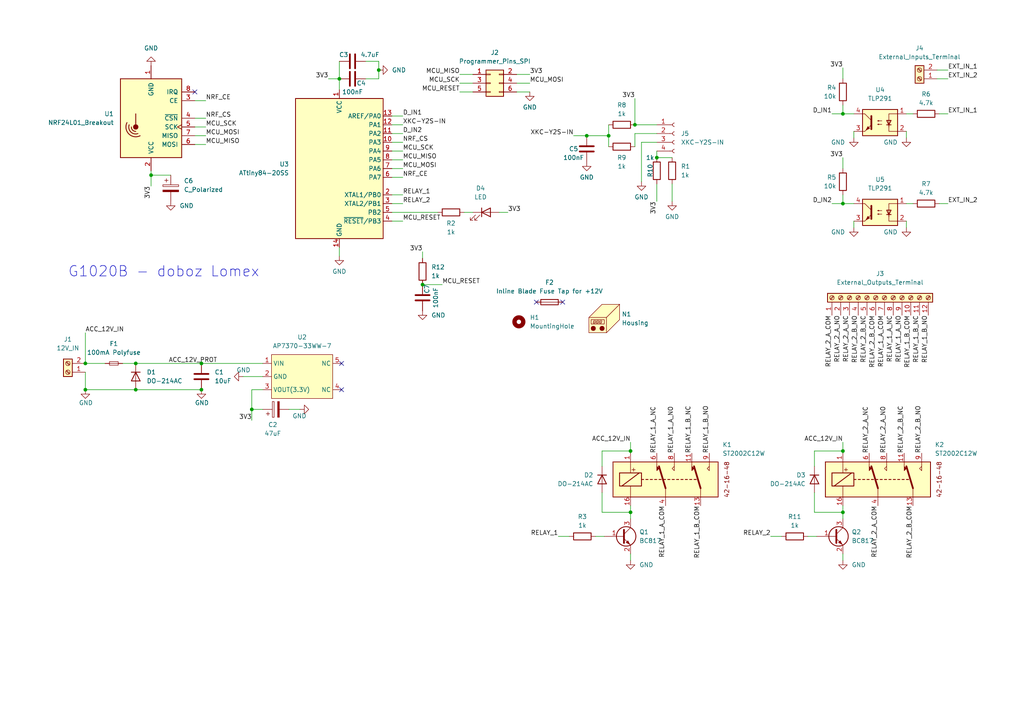
<source format=kicad_sch>
(kicad_sch (version 20211123) (generator eeschema)
  (paper "A4")
  (lib_symbols
    (symbol "Connector:Conn_01x04_Female" (pin_names (offset 1.016) hide)
      (property "Reference" "J" (at 0 5.08 0))
      (property "Value" "Conn_01x04_Female" (at 0 -7.62 0))
      (symbol "Conn_01x04_Female_1_1"
        (arc (start 0 -4.572) (mid -0.508 -5.08) (end 0 -5.588) (stroke (width 0.1524)))
        (arc (start 0 -2.032) (mid -0.508 -2.54) (end 0 -3.048) (stroke (width 0.1524)))
        (polyline (pts (xy -1.27 -5.08) (xy -0.508 -5.08)) (stroke (width 0.1524)))
        (polyline (pts (xy -1.27 -2.54) (xy -0.508 -2.54)) (stroke (width 0.1524)))
        (polyline (pts (xy -1.27 0) (xy -0.508 0)) (stroke (width 0.1524)))
        (polyline (pts (xy -1.27 2.54) (xy -0.508 2.54)) (stroke (width 0.1524)))
        (arc (start 0 0.508) (mid -0.508 0) (end 0 -0.508) (stroke (width 0.1524)))
        (arc (start 0 3.048) (mid -0.508 2.54) (end 0 2.032) (stroke (width 0.1524)))
        (pin passive line (at -5.08 2.54 0) (length 3.81) (name "Pin_1") (number "1"))
        (pin passive line (at -5.08 0 0) (length 3.81) (name "Pin_2") (number "2"))
        (pin passive line (at -5.08 -2.54 0) (length 3.81) (name "Pin_3") (number "3"))
        (pin passive line (at -5.08 -5.08 0) (length 3.81) (name "Pin_4") (number "4"))
      )
    )
    (symbol "Connector:Screw_Terminal_01x02" (pin_names (offset 1.016) hide)
      (property "Reference" "J" (at 0 2.54 0))
      (property "Value" "Screw_Terminal_01x02" (at 0 -5.08 0))
      (symbol "Screw_Terminal_01x02_1_1"
        (rectangle (start -1.27 1.27) (end 1.27 -3.81) (stroke (width 0.254)) (fill (type background)))
        (circle (center 0 -2.54) (radius 0.635) (stroke (width 0.1524)))
        (polyline (pts (xy -0.5334 -2.2098) (xy 0.3302 -3.048)) (stroke (width 0.1524)))
        (polyline (pts (xy -0.5334 0.3302) (xy 0.3302 -0.508)) (stroke (width 0.1524)))
        (polyline (pts (xy -0.3556 -2.032) (xy 0.508 -2.8702)) (stroke (width 0.1524)))
        (polyline (pts (xy -0.3556 0.508) (xy 0.508 -0.3302)) (stroke (width 0.1524)))
        (circle (center 0 0) (radius 0.635) (stroke (width 0.1524)))
        (pin passive line (at -5.08 0 0) (length 3.81) (name "Pin_1") (number "1"))
        (pin passive line (at -5.08 -2.54 0) (length 3.81) (name "Pin_2") (number "2"))
      )
    )
    (symbol "Connector:Screw_Terminal_01x12" (pin_names (offset 1.016) hide)
      (property "Reference" "J" (at 0 15.24 0))
      (property "Value" "Screw_Terminal_01x12" (at 0 -17.78 0))
      (symbol "Screw_Terminal_01x12_1_1"
        (rectangle (start -1.27 13.97) (end 1.27 -16.51) (stroke (width 0.254)) (fill (type background)))
        (circle (center 0 -15.24) (radius 0.635) (stroke (width 0.1524)))
        (circle (center 0 -12.7) (radius 0.635) (stroke (width 0.1524)))
        (circle (center 0 -10.16) (radius 0.635) (stroke (width 0.1524)))
        (circle (center 0 -7.62) (radius 0.635) (stroke (width 0.1524)))
        (circle (center 0 -5.08) (radius 0.635) (stroke (width 0.1524)))
        (circle (center 0 -2.54) (radius 0.635) (stroke (width 0.1524)))
        (polyline (pts (xy -0.5334 -14.9098) (xy 0.3302 -15.748)) (stroke (width 0.1524)))
        (polyline (pts (xy -0.5334 -12.3698) (xy 0.3302 -13.208)) (stroke (width 0.1524)))
        (polyline (pts (xy -0.5334 -9.8298) (xy 0.3302 -10.668)) (stroke (width 0.1524)))
        (polyline (pts (xy -0.5334 -7.2898) (xy 0.3302 -8.128)) (stroke (width 0.1524)))
        (polyline (pts (xy -0.5334 -4.7498) (xy 0.3302 -5.588)) (stroke (width 0.1524)))
        (polyline (pts (xy -0.5334 -2.2098) (xy 0.3302 -3.048)) (stroke (width 0.1524)))
        (polyline (pts (xy -0.5334 0.3302) (xy 0.3302 -0.508)) (stroke (width 0.1524)))
        (polyline (pts (xy -0.5334 2.8702) (xy 0.3302 2.032)) (stroke (width 0.1524)))
        (polyline (pts (xy -0.5334 5.4102) (xy 0.3302 4.572)) (stroke (width 0.1524)))
        (polyline (pts (xy -0.5334 7.9502) (xy 0.3302 7.112)) (stroke (width 0.1524)))
        (polyline (pts (xy -0.5334 10.4902) (xy 0.3302 9.652)) (stroke (width 0.1524)))
        (polyline (pts (xy -0.5334 13.0302) (xy 0.3302 12.192)) (stroke (width 0.1524)))
        (polyline (pts (xy -0.3556 -14.732) (xy 0.508 -15.5702)) (stroke (width 0.1524)))
        (polyline (pts (xy -0.3556 -12.192) (xy 0.508 -13.0302)) (stroke (width 0.1524)))
        (polyline (pts (xy -0.3556 -9.652) (xy 0.508 -10.4902)) (stroke (width 0.1524)))
        (polyline (pts (xy -0.3556 -7.112) (xy 0.508 -7.9502)) (stroke (width 0.1524)))
        (polyline (pts (xy -0.3556 -4.572) (xy 0.508 -5.4102)) (stroke (width 0.1524)))
        (polyline (pts (xy -0.3556 -2.032) (xy 0.508 -2.8702)) (stroke (width 0.1524)))
        (polyline (pts (xy -0.3556 0.508) (xy 0.508 -0.3302)) (stroke (width 0.1524)))
        (polyline (pts (xy -0.3556 3.048) (xy 0.508 2.2098)) (stroke (width 0.1524)))
        (polyline (pts (xy -0.3556 5.588) (xy 0.508 4.7498)) (stroke (width 0.1524)))
        (polyline (pts (xy -0.3556 8.128) (xy 0.508 7.2898)) (stroke (width 0.1524)))
        (polyline (pts (xy -0.3556 10.668) (xy 0.508 9.8298)) (stroke (width 0.1524)))
        (polyline (pts (xy -0.3556 13.208) (xy 0.508 12.3698)) (stroke (width 0.1524)))
        (circle (center 0 0) (radius 0.635) (stroke (width 0.1524)))
        (circle (center 0 2.54) (radius 0.635) (stroke (width 0.1524)))
        (circle (center 0 5.08) (radius 0.635) (stroke (width 0.1524)))
        (circle (center 0 7.62) (radius 0.635) (stroke (width 0.1524)))
        (circle (center 0 10.16) (radius 0.635) (stroke (width 0.1524)))
        (circle (center 0 12.7) (radius 0.635) (stroke (width 0.1524)))
        (pin passive line (at -5.08 12.7 0) (length 3.81) (name "Pin_1") (number "1"))
        (pin passive line (at -5.08 -10.16 0) (length 3.81) (name "Pin_10") (number "10"))
        (pin passive line (at -5.08 -12.7 0) (length 3.81) (name "Pin_11") (number "11"))
        (pin passive line (at -5.08 -15.24 0) (length 3.81) (name "Pin_12") (number "12"))
        (pin passive line (at -5.08 10.16 0) (length 3.81) (name "Pin_2") (number "2"))
        (pin passive line (at -5.08 7.62 0) (length 3.81) (name "Pin_3") (number "3"))
        (pin passive line (at -5.08 5.08 0) (length 3.81) (name "Pin_4") (number "4"))
        (pin passive line (at -5.08 2.54 0) (length 3.81) (name "Pin_5") (number "5"))
        (pin passive line (at -5.08 0 0) (length 3.81) (name "Pin_6") (number "6"))
        (pin passive line (at -5.08 -2.54 0) (length 3.81) (name "Pin_7") (number "7"))
        (pin passive line (at -5.08 -5.08 0) (length 3.81) (name "Pin_8") (number "8"))
        (pin passive line (at -5.08 -7.62 0) (length 3.81) (name "Pin_9") (number "9"))
      )
    )
    (symbol "Connector_Generic:Conn_02x03_Odd_Even" (pin_names (offset 1.016) hide)
      (property "Reference" "J" (at 1.27 5.08 0))
      (property "Value" "Conn_02x03_Odd_Even" (at 1.27 -5.08 0))
      (symbol "Conn_02x03_Odd_Even_1_1"
        (rectangle (start -1.27 -2.413) (end 0 -2.667) (stroke (width 0.1524)))
        (rectangle (start -1.27 0.127) (end 0 -0.127) (stroke (width 0.1524)))
        (rectangle (start -1.27 2.667) (end 0 2.413) (stroke (width 0.1524)))
        (rectangle (start -1.27 3.81) (end 3.81 -3.81) (stroke (width 0.254)) (fill (type background)))
        (rectangle (start 3.81 -2.413) (end 2.54 -2.667) (stroke (width 0.1524)))
        (rectangle (start 3.81 0.127) (end 2.54 -0.127) (stroke (width 0.1524)))
        (rectangle (start 3.81 2.667) (end 2.54 2.413) (stroke (width 0.1524)))
        (pin passive line (at -5.08 2.54 0) (length 3.81) (name "Pin_1") (number "1"))
        (pin passive line (at 7.62 2.54 180) (length 3.81) (name "Pin_2") (number "2"))
        (pin passive line (at -5.08 0 0) (length 3.81) (name "Pin_3") (number "3"))
        (pin passive line (at 7.62 0 180) (length 3.81) (name "Pin_4") (number "4"))
        (pin passive line (at -5.08 -2.54 0) (length 3.81) (name "Pin_5") (number "5"))
        (pin passive line (at 7.62 -2.54 180) (length 3.81) (name "Pin_6") (number "6"))
      )
    )
    (symbol "Device:C" (pin_numbers hide) (pin_names (offset 0.254))
      (property "Reference" "C" (at 0.635 2.54 0))
      (property "Value" "C" (at 0.635 -2.54 0))
      (symbol "C_0_1"
        (polyline (pts (xy -2.032 -0.762) (xy 2.032 -0.762)) (stroke (width 0.508)))
        (polyline (pts (xy -2.032 0.762) (xy 2.032 0.762)) (stroke (width 0.508)))
      )
      (symbol "C_1_1"
        (pin passive line (at 0 3.81 270) (length 2.794) (name "~") (number "1"))
        (pin passive line (at 0 -3.81 90) (length 2.794) (name "~") (number "2"))
      )
    )
    (symbol "Device:C_Polarized" (pin_numbers hide) (pin_names (offset 0.254))
      (property "Reference" "C" (at 0.635 2.54 0))
      (property "Value" "C_Polarized" (at 0.635 -2.54 0))
      (symbol "C_Polarized_0_1"
        (rectangle (start -2.286 0.508) (end 2.286 1.016))
        (polyline (pts (xy -1.778 2.286) (xy -0.762 2.286)))
        (polyline (pts (xy -1.27 2.794) (xy -1.27 1.778)))
        (rectangle (start 2.286 -0.508) (end -2.286 -1.016) (fill (type outline)))
      )
      (symbol "C_Polarized_1_1"
        (pin passive line (at 0 3.81 270) (length 2.794) (name "~") (number "1"))
        (pin passive line (at 0 -3.81 90) (length 2.794) (name "~") (number "2"))
      )
    )
    (symbol "Device:D" (pin_numbers hide) (pin_names (offset 1.016) hide)
      (property "Reference" "D" (at 0 2.54 0))
      (property "Value" "D" (at 0 -2.54 0))
      (symbol "D_0_1"
        (polyline (pts (xy -1.27 1.27) (xy -1.27 -1.27)) (stroke (width 0.254)))
        (polyline (pts (xy 1.27 0) (xy -1.27 0)))
        (polyline (pts (xy 1.27 1.27) (xy 1.27 -1.27) (xy -1.27 0) (xy 1.27 1.27)) (stroke (width 0.254)))
      )
      (symbol "D_1_1"
        (pin passive line (at -3.81 0 0) (length 2.54) (name "K") (number "1"))
        (pin passive line (at 3.81 0 180) (length 2.54) (name "A") (number "2"))
      )
    )
    (symbol "Device:Fuse" (pin_numbers hide) (pin_names (offset 0))
      (property "Reference" "F" (at 2.032 0 90))
      (property "Value" "Fuse" (at -1.905 0 90))
      (symbol "Fuse_0_1"
        (rectangle (start -0.762 -2.54) (end 0.762 2.54) (stroke (width 0.254)))
        (polyline (pts (xy 0 2.54) (xy 0 -2.54)))
      )
      (symbol "Fuse_1_1"
        (pin passive line (at 0 3.81 270) (length 1.27) (name "~") (number "1"))
        (pin passive line (at 0 -3.81 90) (length 1.27) (name "~") (number "2"))
      )
    )
    (symbol "Device:Fuse_Small" (pin_numbers hide) (pin_names (offset 0.254) hide)
      (property "Reference" "F" (at 0 -1.524 0))
      (property "Value" "Fuse_Small" (at 0 1.524 0))
      (symbol "Fuse_Small_0_1"
        (rectangle (start -1.27 0.508) (end 1.27 -0.508))
        (polyline (pts (xy -1.27 0) (xy 1.27 0)))
      )
      (symbol "Fuse_Small_1_1"
        (pin passive line (at -2.54 0 0) (length 1.27) (name "~") (number "1"))
        (pin passive line (at 2.54 0 180) (length 1.27) (name "~") (number "2"))
      )
    )
    (symbol "Device:LED" (pin_numbers hide) (pin_names (offset 1.016) hide)
      (property "Reference" "D" (at 0 2.54 0))
      (property "Value" "LED" (at 0 -2.54 0))
      (symbol "LED_0_1"
        (polyline (pts (xy -1.27 -1.27) (xy -1.27 1.27)) (stroke (width 0.254)))
        (polyline (pts (xy -1.27 0) (xy 1.27 0)))
        (polyline (pts (xy 1.27 -1.27) (xy 1.27 1.27) (xy -1.27 0) (xy 1.27 -1.27)) (stroke (width 0.254)))
        (polyline (pts (xy -3.048 -0.762) (xy -4.572 -2.286) (xy -3.81 -2.286) (xy -4.572 -2.286) (xy -4.572 -1.524)))
        (polyline (pts (xy -1.778 -0.762) (xy -3.302 -2.286) (xy -2.54 -2.286) (xy -3.302 -2.286) (xy -3.302 -1.524)))
      )
      (symbol "LED_1_1"
        (pin passive line (at -3.81 0 0) (length 2.54) (name "K") (number "1"))
        (pin passive line (at 3.81 0 180) (length 2.54) (name "A") (number "2"))
      )
    )
    (symbol "Device:R" (pin_numbers hide) (pin_names (offset 0))
      (property "Reference" "R" (at 2.032 0 90))
      (property "Value" "R" (at 0 0 90))
      (symbol "R_0_1"
        (rectangle (start -1.016 -2.54) (end 1.016 2.54) (stroke (width 0.254)))
      )
      (symbol "R_1_1"
        (pin passive line (at 0 3.81 270) (length 1.27) (name "~") (number "1"))
        (pin passive line (at 0 -3.81 90) (length 1.27) (name "~") (number "2"))
      )
    )
    (symbol "Isolator:TLP291"
      (property "Reference" "U" (at -5.08 5.08 0))
      (property "Value" "TLP291" (at 0 5.08 0))
      (symbol "TLP291_0_1"
        (rectangle (start -5.08 3.81) (end 5.08 -3.81) (stroke (width 0.254)) (fill (type background)))
        (polyline (pts (xy -3.175 -0.635) (xy -1.905 -0.635)) (stroke (width 0.254)))
        (polyline (pts (xy 2.54 0.635) (xy 4.445 2.54)))
        (polyline (pts (xy 4.445 -2.54) (xy 2.54 -0.635)) (fill (type outline)))
        (polyline (pts (xy 4.445 -2.54) (xy 5.08 -2.54)))
        (polyline (pts (xy 4.445 2.54) (xy 5.08 2.54)))
        (polyline (pts (xy -2.54 -0.635) (xy -2.54 -2.54) (xy -5.08 -2.54)))
        (polyline (pts (xy 2.54 1.905) (xy 2.54 -1.905) (xy 2.54 -1.905)) (stroke (width 0.508)))
        (polyline (pts (xy -5.08 2.54) (xy -2.54 2.54) (xy -2.54 -1.27) (xy -2.54 0.635)))
        (polyline (pts (xy -2.54 -0.635) (xy -3.175 0.635) (xy -1.905 0.635) (xy -2.54 -0.635)) (stroke (width 0.254)))
        (polyline (pts (xy -0.508 -0.508) (xy 0.762 -0.508) (xy 0.381 -0.635) (xy 0.381 -0.381) (xy 0.762 -0.508)))
        (polyline (pts (xy -0.508 0.508) (xy 0.762 0.508) (xy 0.381 0.381) (xy 0.381 0.635) (xy 0.762 0.508)))
        (polyline (pts (xy 3.048 -1.651) (xy 3.556 -1.143) (xy 4.064 -2.159) (xy 3.048 -1.651) (xy 3.048 -1.651)) (fill (type outline)))
      )
      (symbol "TLP291_1_1"
        (pin passive line (at -7.62 2.54 0) (length 2.54) (name "~") (number "1"))
        (pin passive line (at -7.62 -2.54 0) (length 2.54) (name "~") (number "2"))
        (pin passive line (at 7.62 -2.54 180) (length 2.54) (name "~") (number "3"))
        (pin passive line (at 7.62 2.54 180) (length 2.54) (name "~") (number "4"))
      )
    )
    (symbol "MCU_Microchip_ATtiny:ATtiny84-20SS"
      (property "Reference" "U" (at -12.7 21.59 0))
      (property "Value" "ATtiny84-20SS" (at 2.54 -21.59 0))
      (symbol "ATtiny84-20SS_0_1"
        (rectangle (start -12.7 -20.32) (end 12.7 20.32) (stroke (width 0.254)) (fill (type background)))
      )
      (symbol "ATtiny84-20SS_1_1"
        (pin power_in line (at 0 22.86 270) (length 2.54) (name "VCC") (number "1"))
        (pin bidirectional line (at 15.24 7.62 180) (length 2.54) (name "PA3") (number "10"))
        (pin bidirectional line (at 15.24 10.16 180) (length 2.54) (name "PA2") (number "11"))
        (pin bidirectional line (at 15.24 12.7 180) (length 2.54) (name "PA1") (number "12"))
        (pin bidirectional line (at 15.24 15.24 180) (length 2.54) (name "AREF/PA0") (number "13"))
        (pin power_in line (at 0 -22.86 90) (length 2.54) (name "GND") (number "14"))
        (pin bidirectional line (at 15.24 -7.62 180) (length 2.54) (name "XTAL1/PB0") (number "2"))
        (pin bidirectional line (at 15.24 -10.16 180) (length 2.54) (name "XTAL2/PB1") (number "3"))
        (pin bidirectional line (at 15.24 -15.24 180) (length 2.54) (name "~{RESET}/PB3") (number "4"))
        (pin bidirectional line (at 15.24 -12.7 180) (length 2.54) (name "PB2") (number "5"))
        (pin bidirectional line (at 15.24 -2.54 180) (length 2.54) (name "PA7") (number "6"))
        (pin bidirectional line (at 15.24 0 180) (length 2.54) (name "PA6") (number "7"))
        (pin bidirectional line (at 15.24 2.54 180) (length 2.54) (name "PA5") (number "8"))
        (pin bidirectional line (at 15.24 5.08 180) (length 2.54) (name "PA4") (number "9"))
      )
    )
    (symbol "Mechanical:Housing" (pin_names (offset 1.016))
      (property "Reference" "N" (at 3.81 0 0))
      (property "Value" "Housing" (at 3.81 -1.905 0))
      (symbol "Housing_0_1"
        (rectangle (start -5.08 -0.635) (end -1.27 -1.905))
        (circle (center -4.445 -3.175) (radius 0.635) (fill (type outline)))
        (circle (center -1.905 -3.175) (radius 0.635) (fill (type outline)))
        (polyline (pts (xy -4.5212 -1.5748) (xy -4.4704 -1.3716)))
        (polyline (pts (xy -4.4196 -1.6764) (xy -4.064 -1.6764)))
        (polyline (pts (xy -4.4196 -1.2192) (xy -4.3688 -0.9652)))
        (polyline (pts (xy -4.318 -1.3208) (xy -4.0132 -1.3208)))
        (polyline (pts (xy -4.2164 -0.9144) (xy -3.9116 -0.9144)))
        (polyline (pts (xy -3.9116 -1.6256) (xy -3.8608 -1.3716)))
        (polyline (pts (xy -3.81 -1.2192) (xy -3.7592 -0.9652)))
        (polyline (pts (xy -3.6068 -1.5748) (xy -3.556 -1.3716)))
        (polyline (pts (xy -3.5052 -1.6764) (xy -3.1496 -1.6764)))
        (polyline (pts (xy -3.5052 -1.2192) (xy -3.4544 -0.9652)))
        (polyline (pts (xy -3.4036 -1.3208) (xy -3.0988 -1.3208)))
        (polyline (pts (xy -3.302 -0.9144) (xy -2.9972 -0.9144)))
        (polyline (pts (xy -2.9972 -1.6256) (xy -2.9464 -1.3716)))
        (polyline (pts (xy -2.8956 -1.2192) (xy -2.8448 -0.9652)))
        (polyline (pts (xy -2.6924 -1.5748) (xy -2.6416 -1.3716)))
        (polyline (pts (xy -2.5908 -1.6764) (xy -2.2352 -1.6764)))
        (polyline (pts (xy -2.5908 -1.2192) (xy -2.54 -0.9652)))
        (polyline (pts (xy -2.4892 -1.3208) (xy -2.1844 -1.3208)))
        (polyline (pts (xy -2.3876 -0.9144) (xy -2.0828 -0.9144)))
        (polyline (pts (xy -2.0828 -1.6256) (xy -2.032 -1.3716)))
        (polyline (pts (xy -1.9812 -1.2192) (xy -1.9304 -0.9652)))
        (polyline (pts (xy -0.635 0) (xy -0.635 -4.445)))
        (polyline (pts (xy -5.715 0) (xy -0.635 0) (xy 3.175 3.81)))
        (polyline (pts (xy -5.715 0) (xy -5.715 -4.445) (xy -0.635 -4.445) (xy 3.175 -0.635) (xy 3.175 3.81) (xy -1.905 3.81) (xy -5.715 0)) (fill (type background)))
      )
    )
    (symbol "Mechanical:MountingHole" (pin_names (offset 1.016))
      (property "Reference" "H" (at 0 5.08 0))
      (property "Value" "MountingHole" (at 0 3.175 0))
      (symbol "MountingHole_0_1"
        (circle (center 0 0) (radius 1.27) (stroke (width 1.27)))
      )
    )
    (symbol "RF:NRF24L01_Breakout" (pin_names (offset 1.016))
      (property "Reference" "U" (at -8.89 12.7 0))
      (property "Value" "NRF24L01_Breakout" (at 3.81 12.7 0))
      (symbol "NRF24L01_Breakout_0_1"
        (rectangle (start -8.89 11.43) (end 8.89 -11.43) (stroke (width 0.254)) (fill (type background)))
        (polyline (pts (xy 4.445 1.905) (xy 4.445 -1.27)) (stroke (width 0.254)))
        (circle (center 4.445 2.54) (radius 0.635) (stroke (width 0.254)) (fill (type outline)))
        (arc (start 5.715 2.54) (mid 5.3559 3.4509) (end 4.445 3.81) (stroke (width 0.254)))
        (arc (start 6.35 1.905) (mid 5.8833 3.9783) (end 3.81 4.445) (stroke (width 0.254)))
        (arc (start 6.985 1.27) (mid 6.453 4.548) (end 3.175 5.08) (stroke (width 0.254)))
      )
      (symbol "NRF24L01_Breakout_1_1"
        (pin power_in line (at 0 -15.24 90) (length 3.81) (name "GND") (number "1"))
        (pin power_in line (at 0 15.24 270) (length 3.81) (name "VCC") (number "2"))
        (pin input line (at -12.7 -5.08 0) (length 3.81) (name "CE") (number "3"))
        (pin input line (at -12.7 0 0) (length 3.81) (name "~{CSN}") (number "4"))
        (pin input clock (at -12.7 2.54 0) (length 3.81) (name "SCK") (number "5"))
        (pin input line (at -12.7 7.62 0) (length 3.81) (name "MOSI") (number "6"))
        (pin output line (at -12.7 5.08 0) (length 3.81) (name "MISO") (number "7"))
        (pin output line (at -12.7 -7.62 0) (length 3.81) (name "IRQ") (number "8"))
      )
    )
    (symbol "Transistor_BJT:BC848" (pin_names (offset 0) hide)
      (property "Reference" "Q" (at 5.08 1.905 0))
      (property "Value" "BC848" (at 5.08 0 0))
      (symbol "BC848_0_1"
        (polyline (pts (xy 0.635 0.635) (xy 2.54 2.54)))
        (polyline (pts (xy 0.635 -0.635) (xy 2.54 -2.54) (xy 2.54 -2.54)))
        (polyline (pts (xy 0.635 1.905) (xy 0.635 -1.905) (xy 0.635 -1.905)) (stroke (width 0.508)))
        (polyline (pts (xy 1.27 -1.778) (xy 1.778 -1.27) (xy 2.286 -2.286) (xy 1.27 -1.778) (xy 1.27 -1.778)) (fill (type outline)))
        (circle (center 1.27 0) (radius 2.8194) (stroke (width 0.254)))
      )
      (symbol "BC848_1_1"
        (pin input line (at -5.08 0 0) (length 5.715) (name "B") (number "1"))
        (pin passive line (at 2.54 -5.08 90) (length 2.54) (name "E") (number "2"))
        (pin passive line (at 2.54 5.08 270) (length 2.54) (name "C") (number "3"))
      )
    )
    (symbol "mylib6:AP7370-33WW-7"
      (property "Reference" "U?" (at 0 11.43 0))
      (property "Value" "AP7370-33WW-7" (at 0 8.89 0))
      (symbol "AP7370-33WW-7_0_1"
        (rectangle (start -8.89 6.35) (end 8.89 -6.35) (fill (type background)))
      )
      (symbol "AP7370-33WW-7_1_1"
        (pin input line (at -11.43 3.81 0) (length 2.54) (name "VIN") (number "1"))
        (pin input line (at -11.43 0 0) (length 2.54) (name "GND") (number "2"))
        (pin output line (at -11.43 -3.81 0) (length 2.54) (name "VOUT(3.3V)") (number "3"))
        (pin input line (at 11.43 -3.81 180) (length 2.54) (name "NC") (number "4"))
        (pin input line (at 11.43 3.81 180) (length 2.54) (name "NC") (number "5"))
      )
    )
    (symbol "mylib6:ST2002C12W"
      (property "Reference" "K?" (at 16.51 10.0919 0))
      (property "Value" "ST2002C12W" (at 16.51 7.5519 0))
      (symbol "ST2002C12W_0_0"
        (text "42-16-48" (at 17.78 0 900) (effects (font (size 1.27 1.27))))
      )
      (symbol "ST2002C12W_1_1"
        (rectangle (start -15.24 5.08) (end 15.24 -5.08) (stroke (width 0.254)) (fill (type background)))
        (rectangle (start -13.335 1.905) (end -6.985 -1.905) (stroke (width 0.254)))
        (polyline (pts (xy -12.7 -1.905) (xy -7.62 1.905)) (stroke (width 0.254)))
        (polyline (pts (xy -10.16 -5.08) (xy -10.16 -1.905)))
        (polyline (pts (xy -10.16 5.08) (xy -10.16 1.905)))
        (polyline (pts (xy -6.985 0) (xy -6.35 0)) (stroke (width 0.254)))
        (polyline (pts (xy -5.715 0) (xy -5.08 0)) (stroke (width 0.254)))
        (polyline (pts (xy -4.445 0) (xy -3.81 0)) (stroke (width 0.254)))
        (polyline (pts (xy -3.175 0) (xy -2.54 0)) (stroke (width 0.254)))
        (polyline (pts (xy -1.905 0) (xy -1.27 0)) (stroke (width 0.254)))
        (polyline (pts (xy -0.635 0) (xy 0 0)) (stroke (width 0.254)))
        (polyline (pts (xy 0 -2.54) (xy -1.905 3.81)) (stroke (width 0.508)))
        (polyline (pts (xy 0 -2.54) (xy 0 -5.08)))
        (polyline (pts (xy 0.635 0) (xy 1.27 0)) (stroke (width 0.254)))
        (polyline (pts (xy 1.905 0) (xy 2.54 0)) (stroke (width 0.254)))
        (polyline (pts (xy 3.175 0) (xy 3.81 0)) (stroke (width 0.254)))
        (polyline (pts (xy 4.445 0) (xy 5.08 0)) (stroke (width 0.254)))
        (polyline (pts (xy 5.715 0) (xy 6.35 0)) (stroke (width 0.254)))
        (polyline (pts (xy 6.985 0) (xy 7.62 0)) (stroke (width 0.254)))
        (polyline (pts (xy 8.255 0) (xy 8.89 0)) (stroke (width 0.254)))
        (polyline (pts (xy 10.16 -2.54) (xy 8.255 3.81)) (stroke (width 0.508)))
        (polyline (pts (xy 10.16 -2.54) (xy 10.16 -5.08)))
        (polyline (pts (xy -2.54 5.08) (xy -2.54 2.54) (xy -1.905 3.175) (xy -2.54 3.81)) (fill (type outline)))
        (polyline (pts (xy 2.54 5.08) (xy 2.54 2.54) (xy 1.905 3.175) (xy 2.54 3.81)))
        (polyline (pts (xy 7.62 5.08) (xy 7.62 2.54) (xy 8.255 3.175) (xy 7.62 3.81)) (fill (type outline)))
        (polyline (pts (xy 12.7 5.08) (xy 12.7 2.54) (xy 12.065 3.175) (xy 12.7 3.81)))
        (text "+" (at -9.271 2.921 0) (effects (font (size 1.27 1.27))))
        (pin passive line (at -10.16 7.62 270) (length 2.54) (name "~") (number "1"))
        (pin passive line (at 7.62 7.62 270) (length 2.54) (name "~") (number "11"))
        (pin passive line (at 10.16 -7.62 90) (length 2.54) (name "~") (number "13"))
        (pin passive line (at -10.16 -7.62 90) (length 2.54) (name "~") (number "16"))
        (pin passive line (at 0 -7.62 90) (length 2.54) (name "~") (number "4"))
        (pin passive line (at -2.54 7.62 270) (length 2.54) (name "~") (number "6"))
        (pin passive line (at 2.54 7.62 270) (length 2.54) (name "~") (number "8"))
        (pin passive line (at 12.7 7.62 270) (length 2.54) (name "~") (number "9"))
      )
    )
    (symbol "power:GND" (power) (pin_names (offset 0))
      (property "Value" "GND" (at 0 -3.81 0))
      (symbol "GND_0_1"
        (polyline (pts (xy 0 0) (xy 0 -1.27) (xy 1.27 -1.27) (xy 0 -2.54) (xy -1.27 -1.27) (xy 0 -1.27)))
      )
      (symbol "GND_1_1"
        (pin power_in line (at 0 0 270) (length 0) hide (name "GND") (number "1"))
      )
    )
  )
  (junction (at 190.5 45.72))
  (junction (at 244.475 148.59))
  (junction (at 109.855 20.32))
  (junction (at 24.765 105.41))
  (junction (at 39.37 113.03))
  (junction (at 58.42 113.03))
  (junction (at 43.815 50.8))
  (junction (at 244.475 33.02))
  (junction (at 182.88 148.59))
  (junction (at 24.765 113.03))
  (junction (at 184.15 36.195))
  (junction (at 182.88 130.81))
  (junction (at 58.42 105.41))
  (junction (at 244.475 59.055))
  (junction (at 170.18 39.37))
  (junction (at 176.53 39.37))
  (junction (at 122.555 82.55))
  (junction (at 73.025 118.745))
  (junction (at 244.475 130.81))
  (junction (at 39.37 105.41))
  (junction (at 98.425 22.86))
  (no_connect (at 56.515 26.67))
  (no_connect (at 155.575 87.63))
  (no_connect (at 163.195 87.63))
  (no_connect (at 99.06 113.03))
  (no_connect (at 99.06 105.41))
  (wire (pts (xy 161.925 155.575) (xy 165.1 155.575)))
  (wire (pts (xy 274.955 59.055) (xy 272.415 59.055)))
  (wire (pts (xy 56.515 29.21) (xy 59.69 29.21)))
  (wire (pts (xy 106.045 22.86) (xy 109.855 22.86)))
  (wire (pts (xy 113.665 41.275) (xy 116.84 41.275)))
  (wire (pts (xy 262.89 38.1) (xy 262.89 40.005)))
  (wire (pts (xy 83.82 118.745) (xy 86.995 118.745)))
  (wire (pts (xy 190.5 41.275) (xy 186.055 41.275)))
  (wire (pts (xy 24.765 113.03) (xy 39.37 113.03)))
  (wire (pts (xy 24.765 96.52) (xy 24.765 105.41)))
  (wire (pts (xy 109.855 22.86) (xy 109.855 20.32)))
  (wire (pts (xy 170.18 39.37) (xy 176.53 39.37)))
  (wire (pts (xy 244.475 59.055) (xy 241.3 59.055)))
  (wire (pts (xy 109.855 17.78) (xy 106.045 17.78)))
  (wire (pts (xy 190.5 53.34) (xy 190.5 58.42)))
  (wire (pts (xy 172.72 155.575) (xy 175.26 155.575)))
  (wire (pts (xy 95.25 22.86) (xy 98.425 22.86)))
  (wire (pts (xy 244.475 33.02) (xy 247.65 33.02)))
  (wire (pts (xy 271.78 22.86) (xy 274.955 22.86)))
  (wire (pts (xy 244.475 30.48) (xy 244.475 33.02)))
  (wire (pts (xy 182.88 146.685) (xy 182.88 148.59)))
  (wire (pts (xy 149.86 26.67) (xy 153.67 26.67)))
  (wire (pts (xy 262.89 64.135) (xy 262.89 66.04)))
  (wire (pts (xy 144.78 61.595) (xy 147.32 61.595)))
  (wire (pts (xy 73.025 118.745) (xy 73.025 121.92)))
  (wire (pts (xy 56.515 39.37) (xy 59.69 39.37)))
  (wire (pts (xy 244.475 128.27) (xy 244.475 130.81)))
  (wire (pts (xy 113.665 38.735) (xy 116.84 38.735)))
  (wire (pts (xy 43.815 50.8) (xy 43.815 53.975)))
  (wire (pts (xy 190.5 38.735) (xy 184.15 38.735)))
  (wire (pts (xy 182.88 160.655) (xy 182.88 162.56)))
  (wire (pts (xy 73.025 113.03) (xy 73.025 118.745)))
  (wire (pts (xy 182.88 148.59) (xy 182.88 150.495)))
  (wire (pts (xy 244.475 56.515) (xy 244.475 59.055)))
  (wire (pts (xy 149.86 21.59) (xy 153.67 21.59)))
  (wire (pts (xy 184.15 36.195) (xy 190.5 36.195)))
  (wire (pts (xy 264.795 33.02) (xy 262.89 33.02)))
  (wire (pts (xy 247.65 38.1) (xy 247.65 40.005)))
  (wire (pts (xy 24.765 107.95) (xy 24.765 113.03)))
  (wire (pts (xy 244.475 33.02) (xy 241.3 33.02)))
  (wire (pts (xy 24.765 105.41) (xy 30.48 105.41)))
  (wire (pts (xy 113.665 56.515) (xy 116.84 56.515)))
  (wire (pts (xy 43.815 50.8) (xy 49.53 50.8)))
  (wire (pts (xy 149.86 24.13) (xy 153.67 24.13)))
  (wire (pts (xy 113.665 51.435) (xy 116.84 51.435)))
  (wire (pts (xy 244.475 45.72) (xy 244.475 48.895)))
  (wire (pts (xy 274.955 33.02) (xy 272.415 33.02)))
  (wire (pts (xy 113.665 46.355) (xy 116.84 46.355)))
  (wire (pts (xy 190.5 45.72) (xy 194.945 45.72)))
  (wire (pts (xy 244.475 146.685) (xy 244.475 148.59)))
  (wire (pts (xy 176.53 39.37) (xy 176.53 42.545)))
  (wire (pts (xy 194.945 53.34) (xy 194.945 58.42)))
  (wire (pts (xy 113.665 48.895) (xy 116.84 48.895)))
  (wire (pts (xy 184.15 28.575) (xy 184.15 36.195)))
  (wire (pts (xy 59.69 36.83) (xy 56.515 36.83)))
  (wire (pts (xy 113.665 61.595) (xy 127 61.595)))
  (wire (pts (xy 39.37 105.41) (xy 58.42 105.41)))
  (wire (pts (xy 98.425 71.755) (xy 98.425 74.295)))
  (wire (pts (xy 70.485 109.22) (xy 76.2 109.22)))
  (wire (pts (xy 133.35 26.67) (xy 137.16 26.67)))
  (wire (pts (xy 247.65 64.135) (xy 247.65 66.04)))
  (wire (pts (xy 236.22 135.255) (xy 236.22 130.81)))
  (wire (pts (xy 98.425 22.86) (xy 98.425 26.035)))
  (wire (pts (xy 271.78 20.32) (xy 274.955 20.32)))
  (wire (pts (xy 174.625 130.81) (xy 182.88 130.81)))
  (wire (pts (xy 116.84 33.655) (xy 113.665 33.655)))
  (wire (pts (xy 182.88 130.81) (xy 182.88 131.445)))
  (wire (pts (xy 186.055 41.275) (xy 186.055 52.705)))
  (wire (pts (xy 113.665 64.135) (xy 116.84 64.135)))
  (wire (pts (xy 122.555 73.025) (xy 122.555 74.93)))
  (wire (pts (xy 43.815 49.53) (xy 43.815 50.8)))
  (wire (pts (xy 133.35 24.13) (xy 137.16 24.13)))
  (wire (pts (xy 56.515 41.91) (xy 59.69 41.91)))
  (wire (pts (xy 236.22 142.875) (xy 236.22 148.59)))
  (wire (pts (xy 35.56 105.41) (xy 39.37 105.41)))
  (wire (pts (xy 113.665 36.195) (xy 116.84 36.195)))
  (wire (pts (xy 58.42 105.41) (xy 76.2 105.41)))
  (wire (pts (xy 182.88 128.27) (xy 182.88 130.81)))
  (wire (pts (xy 244.475 130.81) (xy 244.475 131.445)))
  (wire (pts (xy 113.665 59.055) (xy 116.84 59.055)))
  (wire (pts (xy 223.52 155.575) (xy 226.695 155.575)))
  (wire (pts (xy 39.37 113.03) (xy 58.42 113.03)))
  (wire (pts (xy 176.53 36.195) (xy 176.53 39.37)))
  (wire (pts (xy 174.625 148.59) (xy 182.88 148.59)))
  (wire (pts (xy 59.69 34.29) (xy 56.515 34.29)))
  (wire (pts (xy 264.795 59.055) (xy 262.89 59.055)))
  (wire (pts (xy 73.025 118.745) (xy 76.2 118.745)))
  (wire (pts (xy 244.475 148.59) (xy 244.475 150.495)))
  (wire (pts (xy 76.2 113.03) (xy 73.025 113.03)))
  (wire (pts (xy 113.665 43.815) (xy 116.84 43.815)))
  (wire (pts (xy 244.475 160.655) (xy 244.475 162.56)))
  (wire (pts (xy 109.855 20.32) (xy 109.855 17.78)))
  (wire (pts (xy 244.475 19.685) (xy 244.475 22.86)))
  (wire (pts (xy 234.315 155.575) (xy 236.855 155.575)))
  (wire (pts (xy 134.62 61.595) (xy 137.16 61.595)))
  (wire (pts (xy 190.5 43.815) (xy 190.5 45.72)))
  (wire (pts (xy 174.625 142.875) (xy 174.625 148.59)))
  (wire (pts (xy 122.555 82.55) (xy 128.27 82.55)))
  (wire (pts (xy 174.625 135.255) (xy 174.625 130.81)))
  (wire (pts (xy 236.22 148.59) (xy 244.475 148.59)))
  (wire (pts (xy 98.425 17.78) (xy 98.425 22.86)))
  (wire (pts (xy 166.37 39.37) (xy 170.18 39.37)))
  (wire (pts (xy 184.15 38.735) (xy 184.15 42.545)))
  (wire (pts (xy 244.475 59.055) (xy 247.65 59.055)))
  (wire (pts (xy 236.22 130.81) (xy 244.475 130.81)))
  (wire (pts (xy 133.35 21.59) (xy 137.16 21.59)))
  (text "G1020B - doboz Lomex\n" (at 19.685 80.645 0) (effects (font (size 3 3)) (justify left bottom)))
  (label "D_IN2" (at 241.3 59.055 180))
  (label "MCU_RESET" (at 133.35 26.67 180))
  (label "RELAY_1_A_NC" (at 259.08 91.44 270))
  (label "XKC-Y2S-IN" (at 116.84 36.195 0))
  (label "MCU_MISO" (at 59.69 41.91 0))
  (label "RELAY_2_B_COM" (at 264.795 146.685 270))
  (label "EXT_IN_1" (at 274.955 33.02 0))
  (label "ACC_12V_IN" (at 24.765 96.52 0))
  (label "3V3" (at 190.5 58.42 270))
  (label "RELAY_2_A_NO" (at 257.175 131.445 90))
  (label "RELAY_2_B_NC" (at 251.46 91.44 270))
  (label "RELAY_1_B_COM" (at 264.16 91.44 270))
  (label "RELAY_1_B_NO" (at 269.24 91.44 270))
  (label "3V3" (at 122.555 73.025 180))
  (label "MCU_SCK" (at 59.69 36.83 0))
  (label "RELAY_1_B_NC" (at 200.66 131.445 90))
  (label "RELAY_2" (at 223.52 155.575 180))
  (label "RELAY_1_A_COM" (at 193.04 146.685 270))
  (label "D_IN2" (at 116.84 38.735 0))
  (label "NRF_CS" (at 59.69 34.29 0))
  (label "3V3" (at 73.025 121.92 180))
  (label "3V3" (at 184.15 28.575 180))
  (label "MCU_RESET" (at 116.84 64.135 0))
  (label "NRF_CE" (at 59.69 29.21 0))
  (label "RELAY_2" (at 116.84 59.055 0))
  (label "RELAY_2_A_COM" (at 254.635 146.685 270))
  (label "RELAY_2_A_NC" (at 246.38 91.44 270))
  (label "RELAY_1_B_NC" (at 266.7 91.44 270))
  (label "RELAY_1_A_NO" (at 261.62 91.44 270))
  (label "RELAY_1_A_NO" (at 195.58 131.445 90))
  (label "3V3" (at 244.475 45.72 180))
  (label "XKC-Y2S-IN" (at 166.37 39.37 180))
  (label "D_IN1" (at 241.3 33.02 180))
  (label "RELAY_2_B_NO" (at 248.92 91.44 270))
  (label "MCU_MISO" (at 133.35 21.59 180))
  (label "MCU_MOSI" (at 59.69 39.37 0))
  (label "ACC_12V_IN" (at 182.88 128.27 180))
  (label "NRF_CE" (at 116.84 51.435 0))
  (label "MCU_MOSI" (at 153.67 24.13 0))
  (label "RELAY_1_B_NO" (at 205.74 131.445 90))
  (label "ACC_12V_IN" (at 244.475 128.27 180))
  (label "RELAY_2_B_COM" (at 254 91.44 270))
  (label "MCU_SCK" (at 116.84 43.815 0))
  (label "MCU_MISO" (at 116.84 46.355 0))
  (label "3V3" (at 95.25 22.86 180))
  (label "RELAY_1_B_COM" (at 203.2 146.685 270))
  (label "ACC_12V_PROT" (at 48.895 105.41 0))
  (label "3V3" (at 43.815 53.975 270))
  (label "RELAY_2_A_NC" (at 252.095 131.445 90))
  (label "NRF_CS" (at 116.84 41.275 0))
  (label "3V3" (at 153.67 21.59 0))
  (label "RELAY_1_A_NC" (at 190.5 131.445 90))
  (label "RELAY_1" (at 161.925 155.575 180))
  (label "3V3" (at 244.475 19.685 180))
  (label "RELAY_1" (at 116.84 56.515 0))
  (label "RELAY_2_B_NC" (at 262.255 131.445 90))
  (label "RELAY_2_B_NO" (at 267.335 131.445 90))
  (label "D_IN1" (at 116.84 33.655 0))
  (label "MCU_RESET" (at 128.27 82.55 0))
  (label "MCU_MOSI" (at 116.84 48.895 0))
  (label "3V3" (at 147.32 61.595 0))
  (label "RELAY_2_A_NO" (at 243.84 91.44 270))
  (label "EXT_IN_2" (at 274.955 59.055 0))
  (label "RELAY_2_A_COM" (at 241.3 91.44 270))
  (label "EXT_IN_2" (at 274.955 22.86 0))
  (label "RELAY_1_A_COM" (at 256.54 91.44 270))
  (label "MCU_SCK" (at 133.35 24.13 180))
  (label "EXT_IN_1" (at 274.955 20.32 0))
  (symbol (lib_id "Mechanical:MountingHole") (at 150.495 93.345 0) (unit 1)
    (property "Reference" "H1" (at 153.67 92.0749 0) (effects (justify left)))
    (property "Value" "MountingHole" (at 153.67 94.6149 0) (effects (justify left)))
    (property "Footprint" "MountingHole:MountingHole_3.2mm_M3" (effects hide))
  )
  (symbol (lib_id "Connector:Screw_Terminal_01x02") (at 266.7 22.86 180) (unit 1)
    (property "Reference" "J4" (at 266.7 13.97 0))
    (property "Value" "External_Inputs_Terminal" (at 266.7 16.51 0))
    (property "Footprint" "my_kicad:SORKAPOCS-3.5mm-2" (effects hide))
    (property "LOMEX" "43-22-45" (effects hide))
  )
  (symbol (lib_id "Device:Fuse_Small") (at 33.02 105.41 180) (unit 1)
    (property "Reference" "F1" (at 33.02 99.695 0))
    (property "Value" "100mA Polyfuse" (at 33.02 102.235 0))
    (property "Footprint" "Fuse:Fuse_1210_3225Metric_Pad1.42x2.65mm_HandSolder" (effects hide))
    (property "LOMEX" "44-02-22" (effects hide))
  )
  (symbol (lib_id "power:GND") (at 24.765 113.03 0) (unit 1)
    (property "Reference" "#PWR0103" (effects hide))
    (property "Value" "GND" (at 22.86 116.84 0) (effects (justify left)))
  )
  (symbol (lib_id "mylib6:ST2002C12W") (at 193.04 139.065 0) (unit 1)
    (property "Reference" "K1" (at 209.55 128.9731 0) (effects (justify left)))
    (property "Value" "ST2002C12W" (at 209.55 131.5131 0) (effects (justify left)))
    (property "Footprint" "mykicad_6:ST2002C12W" (effects hide))
    (property "Datasheet" "https://lomex.hu/pdf/(scn)_st2.pdf" (effects hide))
    (property "LOMEX" "42-16-48" (effects hide))
  )
  (symbol (lib_id "Device:C") (at 58.42 109.22 0) (unit 1)
    (property "Reference" "C1" (at 62.23 107.9499 0) (effects (justify left)))
    (property "Value" "10uF" (at 62.23 110.4899 0) (effects (justify left)))
    (property "Footprint" "Capacitor_SMD:C_1210_3225Metric" (effects hide))
    (property "LOMEX" "82-08-34" (effects hide))
  )
  (symbol (lib_id "power:GND") (at 247.65 66.04 0) (mirror y) (unit 1)
    (property "Reference" "#PWR0106" (effects hide))
    (property "Value" "GND" (at 245.11 67.3099 0) (effects (justify left)))
  )
  (symbol (lib_id "power:GND") (at 122.555 90.17 0) (unit 1)
    (property "Reference" "#PWR02" (effects hide))
    (property "Value" "GND" (at 125.095 91.4399 0) (effects (justify left)))
  )
  (symbol (lib_id "power:GND") (at 182.88 162.56 0) (unit 1)
    (property "Reference" "#PWR0110" (effects hide))
    (property "Value" "GND" (at 185.42 163.8299 0) (effects (justify left)))
  )
  (symbol (lib_id "Isolator:TLP291") (at 255.27 61.595 0) (mirror y) (unit 1)
    (property "Reference" "U5" (at 255.27 52.07 0))
    (property "Value" "TLP291" (at 255.27 54.61 0))
    (property "Footprint" "Package_SO:SOIC-4_4.55x2.6mm_P1.27mm" (effects hide))
    (property "Datasheet" "https://toshiba.semicon-storage.com/info/docget.jsp?did=12884&prodName=TLP291" (effects hide))
    (property "LOMEX" "84-00-93" (effects hide))
  )
  (symbol (lib_id "Isolator:TLP291") (at 255.27 35.56 0) (mirror y) (unit 1)
    (property "Reference" "U4" (at 255.27 26.035 0))
    (property "Value" "TLP291" (at 255.27 28.575 0))
    (property "Footprint" "Package_SO:SOIC-4_4.55x2.6mm_P1.27mm" (effects hide))
    (property "Datasheet" "https://toshiba.semicon-storage.com/info/docget.jsp?did=12884&prodName=TLP291" (effects hide))
    (property "LOMEX" "84-00-93" (effects hide))
  )
  (symbol (lib_id "mylib6:ST2002C12W") (at 254.635 139.065 0) (unit 1)
    (property "Reference" "K2" (at 271.145 128.9731 0) (effects (justify left)))
    (property "Value" "ST2002C12W" (at 271.145 131.5131 0) (effects (justify left)))
    (property "Footprint" "mykicad_6:ST2002C12W" (effects hide))
    (property "Datasheet" "https://lomex.hu/pdf/(scn)_st2.pdf" (effects hide))
    (property "LOMEX" "42-16-48" (effects hide))
  )
  (symbol (lib_id "Device:C") (at 102.235 22.86 90) (unit 1)
    (property "Reference" "C4" (at 104.775 24.13 90))
    (property "Value" "100nF" (at 102.235 26.67 90))
    (property "Footprint" "Capacitor_SMD:C_0603_1608Metric" (effects hide))
    (property "LOMEX" "82-13-28" (effects hide))
  )
  (symbol (lib_id "power:GND") (at 153.67 26.67 0) (unit 1)
    (property "Reference" "#PWR0112" (effects hide))
    (property "Value" "GND" (at 153.67 31.115 0))
  )
  (symbol (lib_id "Device:R") (at 180.34 42.545 270) (unit 1)
    (property "Reference" "R9" (at 180.34 45.72 90))
    (property "Value" "1k" (at 180.34 48.26 90))
    (property "Footprint" "Resistor_SMD:R_0805_2012Metric" (effects hide))
    (property "LOMEX" "81-10-87" (effects hide))
  )
  (symbol (lib_id "Transistor_BJT:BC848") (at 180.34 155.575 0) (unit 1)
    (property "Reference" "Q1" (at 185.42 154.3049 0) (effects (justify left)))
    (property "Value" "BC817" (at 185.42 156.8449 0) (effects (justify left)))
    (property "Footprint" "Package_TO_SOT_SMD:SOT-23" (effects hide))
    (property "Datasheet" "http://www.infineon.com/dgdl/Infineon-BC847SERIES_BC848SERIES_BC849SERIES_BC850SERIES-DS-v01_01-en.pdf?fileId=db3a304314dca389011541d4630a1657" (effects hide))
    (property "LOMEX" "86-05-47" (effects hide))
  )
  (symbol (lib_id "power:GND") (at 244.475 162.56 0) (unit 1)
    (property "Reference" "#PWR0105" (effects hide))
    (property "Value" "GND" (at 247.015 163.8299 0) (effects (justify left)))
  )
  (symbol (lib_id "mylib6:AP7370-33WW-7") (at 87.63 109.22 0) (unit 1)
    (property "Reference" "U2" (at 87.63 97.79 0))
    (property "Value" "AP7370-33WW-7" (at 87.63 100.33 0))
    (property "Footprint" "Package_TO_SOT_SMD:SOT-23-5" (effects hide))
    (property "Datasheet" "https://hu.mouser.com/datasheet/2/115/DIOD_S_A0008363840_1-2543081.pdf" (effects hide))
    (property "Mouser" "621-AP7370-33WW-7" (effects hide))
  )
  (symbol (lib_id "Device:R") (at 130.81 61.595 270) (unit 1)
    (property "Reference" "R2" (at 130.81 64.77 90))
    (property "Value" "1k" (at 130.81 67.31 90))
    (property "Footprint" "Resistor_SMD:R_0805_2012Metric" (effects hide))
    (property "LOMEX" "81-10-87" (effects hide))
  )
  (symbol (lib_id "Device:R") (at 190.5 49.53 180) (unit 1)
    (property "Reference" "R10" (at 188.595 51.435 90) (effects (justify right)))
    (property "Value" "1k" (at 187.325 45.72 0) (effects (justify right)))
    (property "Footprint" "Resistor_SMD:R_0805_2012Metric" (effects hide))
    (property "LOMEX" "81-10-87" (effects hide))
  )
  (symbol (lib_id "power:GND") (at 194.945 58.42 0) (unit 1)
    (property "Reference" "#PWR01" (effects hide))
    (property "Value" "GND" (at 194.945 62.865 0))
  )
  (symbol (lib_id "MCU_Microchip_ATtiny:ATtiny84-20SS") (at 98.425 48.895 0) (unit 1)
    (property "Reference" "U3" (at 83.82 47.6249 0) (effects (justify right)))
    (property "Value" "ATtiny84-20SS" (at 83.82 50.1649 0) (effects (justify right)))
    (property "Footprint" "Package_SO:SOIC-14_3.9x8.7mm_P1.27mm" (effects hide))
    (property "Datasheet" "http://ww1.microchip.com/downloads/en/DeviceDoc/doc8006.pdf" (effects hide))
    (property "Mouser" "556-ATTINY84-20SSUR" (effects hide))
  )
  (symbol (lib_id "Mechanical:Housing") (at 176.53 92.075 0) (unit 1)
    (property "Reference" "N1" (at 180.34 91.1224 0) (effects (justify left)))
    (property "Value" "Housing" (at 180.34 93.6624 0) (effects (justify left)))
    (property "LOMEX" "47-01-80" (effects hide))
  )
  (symbol (lib_id "power:GND") (at 86.995 118.745 90) (unit 1)
    (property "Reference" "#PWR0104" (effects hide))
    (property "Value" "GND" (at 88.9 120.65 90) (effects (justify left)))
  )
  (symbol (lib_id "Connector:Screw_Terminal_01x02") (at 19.685 107.95 180) (unit 1)
    (property "Reference" "J1" (at 19.685 98.425 0))
    (property "Value" "12V_IN" (at 19.685 100.965 0))
    (property "Footprint" "my_kicad:SORKAPOCS-3.5mm-2" (effects hide))
    (property "LOMEX" "43-22-45" (effects hide))
  )
  (symbol (lib_id "Device:R") (at 268.605 59.055 270) (mirror x) (unit 1)
    (property "Reference" "R7" (at 268.605 53.34 90))
    (property "Value" "4.7k" (at 268.605 55.88 90))
    (property "Footprint" "Resistor_SMD:R_0805_2012Metric" (effects hide))
    (property "LOMEX" "81-10-95" (effects hide))
  )
  (symbol (lib_id "Device:R") (at 230.505 155.575 270) (unit 1)
    (property "Reference" "R11" (at 230.505 149.86 90))
    (property "Value" "1k" (at 230.505 152.4 90))
    (property "Footprint" "Resistor_SMD:R_0805_2012Metric" (effects hide))
    (property "LOMEX" "81-10-87" (effects hide))
  )
  (symbol (lib_id "RF:NRF24L01_Breakout") (at 43.815 34.29 180) (unit 1)
    (property "Reference" "U1" (at 33.02 33.0199 0) (effects (justify left)))
    (property "Value" "NRF24L01_Breakout" (at 33.02 35.5599 0) (effects (justify left)))
    (property "Footprint" "Connector_PinHeader_2.54mm:PinHeader_2x04_P2.54mm_Vertical" (effects hide))
    (property "Datasheet" "http://www.nordicsemi.com/eng/content/download/2730/34105/file/nRF24L01_Product_Specification_v2_0.pdf" (effects hide))
    (property "hestore" "NRF-8PANT" (effects hide))
  )
  (symbol (lib_id "Device:R") (at 244.475 26.67 0) (mirror x) (unit 1)
    (property "Reference" "R4" (at 242.57 25.3999 0) (effects (justify right)))
    (property "Value" "10k" (at 242.57 27.9399 0) (effects (justify right)))
    (property "Footprint" "Resistor_SMD:R_0805_2012Metric" (effects hide))
    (property "LOMEX" "81-35-05" (effects hide))
  )
  (symbol (lib_id "Device:R") (at 168.91 155.575 270) (unit 1)
    (property "Reference" "R3" (at 168.91 149.86 90))
    (property "Value" "1k" (at 168.91 152.4 90))
    (property "Footprint" "Resistor_SMD:R_0805_2012Metric" (effects hide))
    (property "LOMEX" "81-10-87" (effects hide))
  )
  (symbol (lib_id "power:GND") (at 43.815 19.05 180) (unit 1)
    (property "Reference" "#PWR0114" (effects hide))
    (property "Value" "GND" (at 43.815 13.97 0))
  )
  (symbol (lib_id "Device:C") (at 170.18 43.18 180) (unit 1)
    (property "Reference" "C5" (at 166.37 43.18 0))
    (property "Value" "100nF" (at 166.37 45.72 0))
    (property "Footprint" "Capacitor_SMD:C_0603_1608Metric" (effects hide))
    (property "LOMEX" "82-13-28" (effects hide))
  )
  (symbol (lib_id "Connector_Generic:Conn_02x03_Odd_Even") (at 142.24 24.13 0) (unit 1)
    (property "Reference" "J2" (at 143.51 15.24 0))
    (property "Value" "Programmer_Pins_SPI" (at 143.51 17.78 0))
    (property "Footprint" "Connector_PinHeader_2.54mm:PinHeader_2x03_P2.54mm_Vertical" (effects hide))
  )
  (symbol (lib_id "Device:C_Polarized") (at 49.53 54.61 0) (unit 1)
    (property "Reference" "C6" (at 53.34 52.4509 0) (effects (justify left)))
    (property "Value" "C_Polarized" (at 53.34 54.9909 0) (effects (justify left)))
    (property "Footprint" "Capacitor_SMD:CP_Elec_5x5.3" (effects hide))
    (property "LOMEX" "91-00-89" (effects hide))
  )
  (symbol (lib_id "Device:D") (at 39.37 109.22 270) (unit 1)
    (property "Reference" "D1" (at 42.545 107.9499 90) (effects (justify left)))
    (property "Value" "DO-214AC" (at 42.545 110.4899 90) (effects (justify left)))
    (property "Footprint" "Diode_SMD:D_SMA" (effects hide))
    (property "LOMEX" "83-01-85" (effects hide))
  )
  (symbol (lib_id "Device:D") (at 174.625 139.065 270) (unit 1)
    (property "Reference" "D2" (at 172.085 137.7949 90) (effects (justify right)))
    (property "Value" "DO-214AC" (at 172.085 140.3349 90) (effects (justify right)))
    (property "Footprint" "Diode_SMD:D_SMA" (effects hide))
    (property "LOMEX" "83-01-85" (effects hide))
  )
  (symbol (lib_id "power:GND") (at 262.89 66.04 0) (mirror y) (unit 1)
    (property "Reference" "#PWR0109" (effects hide))
    (property "Value" "GND" (at 260.35 67.3099 0) (effects (justify left)))
  )
  (symbol (lib_id "Device:R") (at 244.475 52.705 0) (mirror x) (unit 1)
    (property "Reference" "R5" (at 242.57 51.4349 0) (effects (justify right)))
    (property "Value" "10k" (at 242.57 53.9749 0) (effects (justify right)))
    (property "Footprint" "Resistor_SMD:R_0805_2012Metric" (effects hide))
    (property "LOMEX" "81-35-05" (effects hide))
  )
  (symbol (lib_id "Device:R") (at 122.555 78.74 0) (unit 1)
    (property "Reference" "R12" (at 125.095 77.4699 0) (effects (justify left)))
    (property "Value" "1k" (at 125.095 80.0099 0) (effects (justify left)))
    (property "Footprint" "Resistor_SMD:R_0805_2012Metric" (effects hide))
    (property "LOMEX" "81-10-87" (effects hide))
  )
  (symbol (lib_id "Device:R") (at 268.605 33.02 270) (mirror x) (unit 1)
    (property "Reference" "R6" (at 268.605 27.305 90))
    (property "Value" "4.7k" (at 268.605 29.845 90))
    (property "Footprint" "Resistor_SMD:R_0805_2012Metric" (effects hide))
    (property "LOMEX" "81-10-95" (effects hide))
  )
  (symbol (lib_id "power:GND") (at 70.485 109.22 270) (unit 1)
    (property "Reference" "#PWR0102" (effects hide))
    (property "Value" "GND" (at 68.58 107.315 90) (effects (justify left)))
  )
  (symbol (lib_id "Device:D") (at 236.22 139.065 270) (unit 1)
    (property "Reference" "D3" (at 233.68 137.7949 90) (effects (justify right)))
    (property "Value" "DO-214AC" (at 233.68 140.3349 90) (effects (justify right)))
    (property "Footprint" "Diode_SMD:D_SMA" (effects hide))
    (property "LOMEX" "83-01-85" (effects hide))
  )
  (symbol (lib_id "Device:LED") (at 140.97 61.595 0) (unit 1)
    (property "Reference" "D4" (at 139.3825 54.61 0))
    (property "Value" "LED" (at 139.3825 57.15 0))
    (property "Footprint" "LED_SMD:LED_0603_1608Metric" (effects hide))
    (property "LOMEX" "95-03-78" (effects hide))
  )
  (symbol (lib_id "Transistor_BJT:BC848") (at 241.935 155.575 0) (unit 1)
    (property "Reference" "Q2" (at 247.015 154.3049 0) (effects (justify left)))
    (property "Value" "BC817" (at 247.015 156.8449 0) (effects (justify left)))
    (property "Footprint" "Package_TO_SOT_SMD:SOT-23" (effects hide))
    (property "Datasheet" "http://www.infineon.com/dgdl/Infineon-BC847SERIES_BC848SERIES_BC849SERIES_BC850SERIES-DS-v01_01-en.pdf?fileId=db3a304314dca389011541d4630a1657" (effects hide))
    (property "LOMEX" "86-05-47" (effects hide))
  )
  (symbol (lib_id "Device:C_Polarized") (at 80.01 118.745 90) (unit 1)
    (property "Reference" "C2" (at 79.121 123.19 90))
    (property "Value" "47uF" (at 79.121 125.73 90))
    (property "Footprint" "Capacitor_SMD:CP_Elec_6.3x5.4" (effects hide))
    (property "LOMEX" "91-00-88 " (effects hide))
  )
  (symbol (lib_id "power:GND") (at 58.42 113.03 0) (unit 1)
    (property "Reference" "#PWR0101" (effects hide))
    (property "Value" "GND" (at 56.515 116.84 0) (effects (justify left)))
  )
  (symbol (lib_id "Device:R") (at 194.945 49.53 180) (unit 1)
    (property "Reference" "R1" (at 197.485 48.2599 0) (effects (justify right)))
    (property "Value" "1k" (at 197.485 50.7999 0) (effects (justify right)))
    (property "Footprint" "Resistor_SMD:R_0805_2012Metric" (effects hide))
    (property "LOMEX" "81-10-87" (effects hide))
  )
  (symbol (lib_id "power:GND") (at 262.89 40.005 0) (mirror y) (unit 1)
    (property "Reference" "#PWR0108" (effects hide))
    (property "Value" "GND" (at 260.35 41.2749 0) (effects (justify left)))
  )
  (symbol (lib_id "power:GND") (at 109.855 20.32 90) (unit 1)
    (property "Reference" "#PWR0113" (effects hide))
    (property "Value" "GND" (at 113.665 20.3199 90) (effects (justify right)))
  )
  (symbol (lib_id "Device:C") (at 122.555 86.36 180) (unit 1)
    (property "Reference" "C7" (at 123.825 83.82 90))
    (property "Value" "100nF" (at 126.365 86.36 90))
    (property "Footprint" "Capacitor_SMD:C_0603_1608Metric" (effects hide))
    (property "LOMEX" "82-13-28" (effects hide))
  )
  (symbol (lib_id "power:GND") (at 98.425 74.295 0) (unit 1)
    (property "Reference" "#PWR0111" (effects hide))
    (property "Value" "GND" (at 98.425 78.74 0))
  )
  (symbol (lib_id "Device:Fuse") (at 159.385 87.63 90) (unit 1)
    (property "Reference" "F2" (at 159.385 81.915 90))
    (property "Value" "Inline Blade Fuse Tap for +12V" (at 159.385 84.455 90))
    (property "Farnell" "3227155" (effects hide))
  )
  (symbol (lib_id "power:GND") (at 186.055 52.705 0) (unit 1)
    (property "Reference" "#PWR0115" (effects hide))
    (property "Value" "GND" (at 186.055 57.15 0))
  )
  (symbol (lib_id "power:GND") (at 49.53 58.42 0) (unit 1)
    (property "Reference" "#PWR0117" (effects hide))
    (property "Value" "GND" (at 52.07 59.6899 0) (effects (justify left)))
  )
  (symbol (lib_id "Connector:Conn_01x04_Female") (at 195.58 38.735 0) (unit 1)
    (property "Reference" "J5" (at 197.485 38.7349 0) (effects (justify left)))
    (property "Value" "XKC-Y2S-IN" (at 197.485 41.2749 0) (effects (justify left)))
    (property "Footprint" "Connector_PinSocket_2.54mm:PinSocket_1x04_P2.54mm_Vertical" (effects hide))
    (property "LOMEX" "43-00-73" (effects hide))
    (property "HEStore" "XKC-Y25-NPN" (effects hide))
  )
  (symbol (lib_id "Device:R") (at 180.34 36.195 270) (unit 1)
    (property "Reference" "R8" (at 180.34 30.48 90))
    (property "Value" "1k" (at 180.34 33.02 90))
    (property "Footprint" "Resistor_SMD:R_0805_2012Metric" (effects hide))
    (property "LOMEX" "81-10-87" (effects hide))
  )
  (symbol (lib_id "Connector:Screw_Terminal_01x12") (at 254 86.36 90) (unit 1)
    (property "Reference" "J3" (at 255.27 79.375 90))
    (property "Value" "External_Outputs_Terminal" (at 255.27 81.915 90))
    (property "Footprint" "my_kicad:SORKAPOCS-3.5mm-12" (effects hide))
    (property "LOMEX" "43-22-46 x 4" (effects hide))
  )
  (symbol (lib_id "Device:C") (at 102.235 17.78 90) (unit 1)
    (property "Reference" "C3" (at 99.695 15.875 90))
    (property "Value" "4.7uF" (at 107.315 15.875 90))
    (property "Footprint" "Capacitor_SMD:C_0805_2012Metric" (effects hide))
    (property "LOMEX" "82-12-96" (effects hide))
  )
  (symbol (lib_id "power:GND") (at 170.18 46.99 0) (unit 1)
    (property "Reference" "#PWR0116" (effects hide))
    (property "Value" "GND" (at 170.18 51.435 0))
  )
  (symbol (lib_id "power:GND") (at 247.65 40.005 0) (mirror y) (unit 1)
    (property "Reference" "#PWR0107" (effects hide))
    (property "Value" "GND" (at 245.11 41.2749 0) (effects (justify left)))
  )
)
</source>
